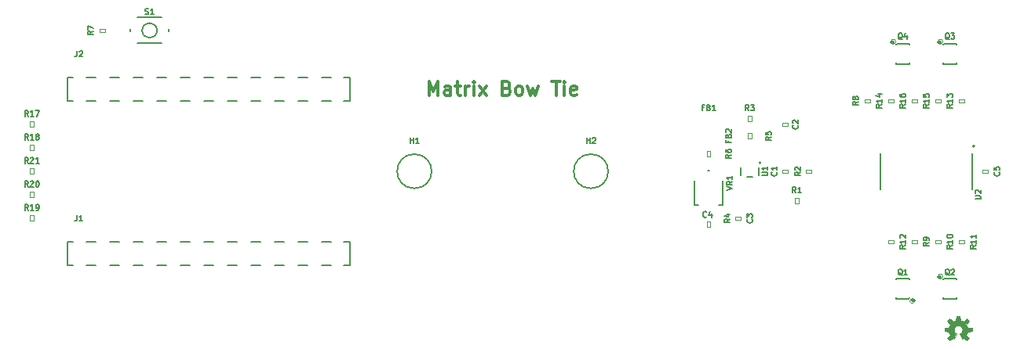
<source format=gto>
G04 #@! TF.FileFunction,Legend,Top*
%FSLAX46Y46*%
G04 Gerber Fmt 4.6, Leading zero omitted, Abs format (unit mm)*
G04 Created by KiCad (PCBNEW 4.0.6) date 09/10/17 16:34:28*
%MOMM*%
%LPD*%
G01*
G04 APERTURE LIST*
%ADD10C,0.100000*%
%ADD11C,0.300000*%
%ADD12C,0.066040*%
%ADD13C,0.177800*%
%ADD14C,0.254000*%
%ADD15C,0.203200*%
%ADD16C,0.127000*%
%ADD17C,0.010000*%
G04 APERTURE END LIST*
D10*
D11*
X152035714Y-111788571D02*
X152035714Y-110288571D01*
X152535714Y-111360000D01*
X153035714Y-110288571D01*
X153035714Y-111788571D01*
X154392857Y-111788571D02*
X154392857Y-111002857D01*
X154321428Y-110860000D01*
X154178571Y-110788571D01*
X153892857Y-110788571D01*
X153750000Y-110860000D01*
X154392857Y-111717143D02*
X154250000Y-111788571D01*
X153892857Y-111788571D01*
X153750000Y-111717143D01*
X153678571Y-111574286D01*
X153678571Y-111431429D01*
X153750000Y-111288571D01*
X153892857Y-111217143D01*
X154250000Y-111217143D01*
X154392857Y-111145714D01*
X154892857Y-110788571D02*
X155464286Y-110788571D01*
X155107143Y-110288571D02*
X155107143Y-111574286D01*
X155178571Y-111717143D01*
X155321429Y-111788571D01*
X155464286Y-111788571D01*
X155964286Y-111788571D02*
X155964286Y-110788571D01*
X155964286Y-111074286D02*
X156035714Y-110931429D01*
X156107143Y-110860000D01*
X156250000Y-110788571D01*
X156392857Y-110788571D01*
X156892857Y-111788571D02*
X156892857Y-110788571D01*
X156892857Y-110288571D02*
X156821428Y-110360000D01*
X156892857Y-110431429D01*
X156964285Y-110360000D01*
X156892857Y-110288571D01*
X156892857Y-110431429D01*
X157464286Y-111788571D02*
X158250000Y-110788571D01*
X157464286Y-110788571D02*
X158250000Y-111788571D01*
X160464286Y-111002857D02*
X160678572Y-111074286D01*
X160750000Y-111145714D01*
X160821429Y-111288571D01*
X160821429Y-111502857D01*
X160750000Y-111645714D01*
X160678572Y-111717143D01*
X160535714Y-111788571D01*
X159964286Y-111788571D01*
X159964286Y-110288571D01*
X160464286Y-110288571D01*
X160607143Y-110360000D01*
X160678572Y-110431429D01*
X160750000Y-110574286D01*
X160750000Y-110717143D01*
X160678572Y-110860000D01*
X160607143Y-110931429D01*
X160464286Y-111002857D01*
X159964286Y-111002857D01*
X161678572Y-111788571D02*
X161535714Y-111717143D01*
X161464286Y-111645714D01*
X161392857Y-111502857D01*
X161392857Y-111074286D01*
X161464286Y-110931429D01*
X161535714Y-110860000D01*
X161678572Y-110788571D01*
X161892857Y-110788571D01*
X162035714Y-110860000D01*
X162107143Y-110931429D01*
X162178572Y-111074286D01*
X162178572Y-111502857D01*
X162107143Y-111645714D01*
X162035714Y-111717143D01*
X161892857Y-111788571D01*
X161678572Y-111788571D01*
X162678572Y-110788571D02*
X162964286Y-111788571D01*
X163250000Y-111074286D01*
X163535715Y-111788571D01*
X163821429Y-110788571D01*
X165321429Y-110288571D02*
X166178572Y-110288571D01*
X165750001Y-111788571D02*
X165750001Y-110288571D01*
X166678572Y-111788571D02*
X166678572Y-110788571D01*
X166678572Y-110288571D02*
X166607143Y-110360000D01*
X166678572Y-110431429D01*
X166750000Y-110360000D01*
X166678572Y-110288571D01*
X166678572Y-110431429D01*
X167964286Y-111717143D02*
X167821429Y-111788571D01*
X167535715Y-111788571D01*
X167392858Y-111717143D01*
X167321429Y-111574286D01*
X167321429Y-111002857D01*
X167392858Y-110860000D01*
X167535715Y-110788571D01*
X167821429Y-110788571D01*
X167964286Y-110860000D01*
X168035715Y-111002857D01*
X168035715Y-111145714D01*
X167321429Y-111288571D01*
D12*
X190779720Y-120198120D02*
X190779720Y-119801880D01*
X190779720Y-119801880D02*
X190180280Y-119801880D01*
X190180280Y-120198120D02*
X190180280Y-119801880D01*
X190779720Y-120198120D02*
X190180280Y-120198120D01*
X190779720Y-115118120D02*
X190779720Y-114721880D01*
X190779720Y-114721880D02*
X190180280Y-114721880D01*
X190180280Y-115118120D02*
X190180280Y-114721880D01*
X190779720Y-115118120D02*
X190180280Y-115118120D01*
X182026880Y-126014720D02*
X182423120Y-126014720D01*
X182423120Y-126014720D02*
X182423120Y-125415280D01*
X182026880Y-125415280D02*
X182423120Y-125415280D01*
X182026880Y-126014720D02*
X182026880Y-125415280D01*
D13*
X141458000Y-130139680D02*
X140442000Y-130139680D01*
X138918000Y-130139680D02*
X137902000Y-130139680D01*
X140442000Y-127640320D02*
X141458000Y-127640320D01*
X137902000Y-127640320D02*
X138918000Y-127640320D01*
X113010000Y-127640320D02*
X113010000Y-130139680D01*
X113010000Y-130139680D02*
X113645000Y-130139680D01*
X113010000Y-127640320D02*
X113645000Y-127640320D01*
X115042000Y-127640320D02*
X116058000Y-127640320D01*
X117582000Y-127640320D02*
X118598000Y-127640320D01*
X120122000Y-127640320D02*
X121138000Y-127640320D01*
X122662000Y-127640320D02*
X123678000Y-127640320D01*
X125202000Y-127640320D02*
X126218000Y-127640320D01*
X116058000Y-130139680D02*
X115042000Y-130139680D01*
X118598000Y-130139680D02*
X117582000Y-130139680D01*
X121138000Y-130139680D02*
X120122000Y-130139680D01*
X123678000Y-130139680D02*
X122662000Y-130139680D01*
X126218000Y-130139680D02*
X125202000Y-130139680D01*
X143490000Y-130139680D02*
X143490000Y-127640320D01*
X130282000Y-127640320D02*
X131298000Y-127640320D01*
X131298000Y-130139680D02*
X130282000Y-130139680D01*
X143490000Y-130139680D02*
X142855000Y-130139680D01*
X143490000Y-127640320D02*
X142855000Y-127640320D01*
X127742000Y-127640320D02*
X128755460Y-127640320D01*
X128755460Y-130139680D02*
X127742000Y-130139680D01*
X132822000Y-127640320D02*
X133838000Y-127640320D01*
X135362000Y-127640320D02*
X136378000Y-127640320D01*
X133838000Y-130139680D02*
X132822000Y-130139680D01*
X136378000Y-130139680D02*
X135362000Y-130139680D01*
X141458000Y-112359680D02*
X140442000Y-112359680D01*
X138918000Y-112359680D02*
X137902000Y-112359680D01*
X140442000Y-109860320D02*
X141458000Y-109860320D01*
X137902000Y-109860320D02*
X138918000Y-109860320D01*
X113010000Y-109860320D02*
X113010000Y-112359680D01*
X113010000Y-112359680D02*
X113645000Y-112359680D01*
X113010000Y-109860320D02*
X113645000Y-109860320D01*
X115042000Y-109860320D02*
X116058000Y-109860320D01*
X117582000Y-109860320D02*
X118598000Y-109860320D01*
X120122000Y-109860320D02*
X121138000Y-109860320D01*
X122662000Y-109860320D02*
X123678000Y-109860320D01*
X125202000Y-109860320D02*
X126218000Y-109860320D01*
X116058000Y-112359680D02*
X115042000Y-112359680D01*
X118598000Y-112359680D02*
X117582000Y-112359680D01*
X121138000Y-112359680D02*
X120122000Y-112359680D01*
X123678000Y-112359680D02*
X122662000Y-112359680D01*
X126218000Y-112359680D02*
X125202000Y-112359680D01*
X143490000Y-112359680D02*
X143490000Y-109860320D01*
X130282000Y-109860320D02*
X131298000Y-109860320D01*
X131298000Y-112359680D02*
X130282000Y-112359680D01*
X143490000Y-112359680D02*
X142855000Y-112359680D01*
X143490000Y-109860320D02*
X142855000Y-109860320D01*
X127742000Y-109860320D02*
X128755460Y-109860320D01*
X128755460Y-112359680D02*
X127742000Y-112359680D01*
X132822000Y-109860320D02*
X133838000Y-109860320D01*
X135362000Y-109860320D02*
X136378000Y-109860320D01*
X133838000Y-112359680D02*
X132822000Y-112359680D01*
X136378000Y-112359680D02*
X135362000Y-112359680D01*
D14*
X204450000Y-133970000D02*
G75*
G03X204450000Y-133970000I-127000J0D01*
G01*
D15*
X202430700Y-133817600D02*
X203802300Y-133817600D01*
X203929300Y-131582400D02*
X202430700Y-131582400D01*
X202430700Y-133677900D02*
X202430700Y-133817600D01*
X202430700Y-131582400D02*
X202430700Y-131722100D01*
X203802300Y-133817600D02*
X203929300Y-133677900D01*
X203929300Y-131722100D02*
X203929300Y-131582400D01*
D10*
X204450000Y-134033500D02*
G75*
G03X204450000Y-134033500I-254000J0D01*
G01*
D14*
X207244000Y-131430000D02*
G75*
G03X207244000Y-131430000I-127000J0D01*
G01*
D15*
X209009300Y-131582400D02*
X207637700Y-131582400D01*
X207510700Y-133817600D02*
X209009300Y-133817600D01*
X209009300Y-131722100D02*
X209009300Y-131582400D01*
X209009300Y-133817600D02*
X209009300Y-133677900D01*
X207637700Y-131582400D02*
X207510700Y-131722100D01*
X207510700Y-133677900D02*
X207510700Y-133817600D01*
D10*
X207498000Y-131366500D02*
G75*
G03X207498000Y-131366500I-254000J0D01*
G01*
D14*
X207244000Y-106030000D02*
G75*
G03X207244000Y-106030000I-127000J0D01*
G01*
D15*
X209009300Y-106182400D02*
X207637700Y-106182400D01*
X207510700Y-108417600D02*
X209009300Y-108417600D01*
X209009300Y-106322100D02*
X209009300Y-106182400D01*
X209009300Y-108417600D02*
X209009300Y-108277900D01*
X207637700Y-106182400D02*
X207510700Y-106322100D01*
X207510700Y-108277900D02*
X207510700Y-108417600D01*
D10*
X207498000Y-105966500D02*
G75*
G03X207498000Y-105966500I-254000J0D01*
G01*
D14*
X202164000Y-106030000D02*
G75*
G03X202164000Y-106030000I-127000J0D01*
G01*
D15*
X203929300Y-106182400D02*
X202557700Y-106182400D01*
X202430700Y-108417600D02*
X203929300Y-108417600D01*
X203929300Y-106322100D02*
X203929300Y-106182400D01*
X203929300Y-108417600D02*
X203929300Y-108277900D01*
X202557700Y-106182400D02*
X202430700Y-106322100D01*
X202430700Y-108277900D02*
X202430700Y-108417600D01*
D10*
X202418000Y-105966500D02*
G75*
G03X202418000Y-105966500I-254000J0D01*
G01*
D12*
X191551880Y-123474720D02*
X191948120Y-123474720D01*
X191948120Y-123474720D02*
X191948120Y-122875280D01*
X191551880Y-122875280D02*
X191948120Y-122875280D01*
X191551880Y-123474720D02*
X191551880Y-122875280D01*
X193319720Y-120198120D02*
X193319720Y-119801880D01*
X193319720Y-119801880D02*
X192720280Y-119801880D01*
X192720280Y-120198120D02*
X192720280Y-119801880D01*
X193319720Y-120198120D02*
X192720280Y-120198120D01*
X186471880Y-114584720D02*
X186868120Y-114584720D01*
X186868120Y-114584720D02*
X186868120Y-113985280D01*
X186471880Y-113985280D02*
X186868120Y-113985280D01*
X186471880Y-114584720D02*
X186471880Y-113985280D01*
X185699720Y-125278120D02*
X185699720Y-124881880D01*
X185699720Y-124881880D02*
X185100280Y-124881880D01*
X185100280Y-125278120D02*
X185100280Y-124881880D01*
X185699720Y-125278120D02*
X185100280Y-125278120D01*
X186868120Y-115890280D02*
X186471880Y-115890280D01*
X186471880Y-115890280D02*
X186471880Y-116489720D01*
X186868120Y-116489720D02*
X186471880Y-116489720D01*
X186868120Y-115890280D02*
X186868120Y-116489720D01*
X182423120Y-117795280D02*
X182026880Y-117795280D01*
X182026880Y-117795280D02*
X182026880Y-118394720D01*
X182423120Y-118394720D02*
X182026880Y-118394720D01*
X182423120Y-117795280D02*
X182423120Y-118394720D01*
X117119720Y-104958120D02*
X117119720Y-104561880D01*
X117119720Y-104561880D02*
X116520280Y-104561880D01*
X116520280Y-104958120D02*
X116520280Y-104561880D01*
X117119720Y-104958120D02*
X116520280Y-104958120D01*
X199669720Y-112578120D02*
X199669720Y-112181880D01*
X199669720Y-112181880D02*
X199070280Y-112181880D01*
X199070280Y-112578120D02*
X199070280Y-112181880D01*
X199669720Y-112578120D02*
X199070280Y-112578120D01*
X204150280Y-127421880D02*
X204150280Y-127818120D01*
X204150280Y-127818120D02*
X204749720Y-127818120D01*
X204749720Y-127421880D02*
X204749720Y-127818120D01*
X204150280Y-127421880D02*
X204749720Y-127421880D01*
X206690280Y-127421880D02*
X206690280Y-127818120D01*
X206690280Y-127818120D02*
X207289720Y-127818120D01*
X207289720Y-127421880D02*
X207289720Y-127818120D01*
X206690280Y-127421880D02*
X207289720Y-127421880D01*
X209230280Y-127421880D02*
X209230280Y-127818120D01*
X209230280Y-127818120D02*
X209829720Y-127818120D01*
X209829720Y-127421880D02*
X209829720Y-127818120D01*
X209230280Y-127421880D02*
X209829720Y-127421880D01*
X201610280Y-127421880D02*
X201610280Y-127818120D01*
X201610280Y-127818120D02*
X202209720Y-127818120D01*
X202209720Y-127421880D02*
X202209720Y-127818120D01*
X201610280Y-127421880D02*
X202209720Y-127421880D01*
X209829720Y-112578120D02*
X209829720Y-112181880D01*
X209829720Y-112181880D02*
X209230280Y-112181880D01*
X209230280Y-112578120D02*
X209230280Y-112181880D01*
X209829720Y-112578120D02*
X209230280Y-112578120D01*
X202209720Y-112578120D02*
X202209720Y-112181880D01*
X202209720Y-112181880D02*
X201610280Y-112181880D01*
X201610280Y-112578120D02*
X201610280Y-112181880D01*
X202209720Y-112578120D02*
X201610280Y-112578120D01*
X207289720Y-112578120D02*
X207289720Y-112181880D01*
X207289720Y-112181880D02*
X206690280Y-112181880D01*
X206690280Y-112578120D02*
X206690280Y-112181880D01*
X207289720Y-112578120D02*
X206690280Y-112578120D01*
X204749720Y-112578120D02*
X204749720Y-112181880D01*
X204749720Y-112181880D02*
X204150280Y-112181880D01*
X204150280Y-112578120D02*
X204150280Y-112181880D01*
X204749720Y-112578120D02*
X204150280Y-112578120D01*
X109398120Y-114620280D02*
X109001880Y-114620280D01*
X109001880Y-114620280D02*
X109001880Y-115219720D01*
X109398120Y-115219720D02*
X109001880Y-115219720D01*
X109398120Y-114620280D02*
X109398120Y-115219720D01*
X109398120Y-117160280D02*
X109001880Y-117160280D01*
X109001880Y-117160280D02*
X109001880Y-117759720D01*
X109398120Y-117759720D02*
X109001880Y-117759720D01*
X109398120Y-117160280D02*
X109398120Y-117759720D01*
X109001880Y-125379720D02*
X109398120Y-125379720D01*
X109398120Y-125379720D02*
X109398120Y-124780280D01*
X109001880Y-124780280D02*
X109398120Y-124780280D01*
X109001880Y-125379720D02*
X109001880Y-124780280D01*
X109001880Y-122839720D02*
X109398120Y-122839720D01*
X109398120Y-122839720D02*
X109398120Y-122240280D01*
X109001880Y-122240280D02*
X109398120Y-122240280D01*
X109001880Y-122839720D02*
X109001880Y-122240280D01*
X109001880Y-120299720D02*
X109398120Y-120299720D01*
X109398120Y-120299720D02*
X109398120Y-119700280D01*
X109001880Y-119700280D02*
X109398120Y-119700280D01*
X109001880Y-120299720D02*
X109001880Y-119700280D01*
D15*
X120563960Y-103360460D02*
X123236040Y-103360460D01*
X123236040Y-106159540D02*
X120563960Y-106159540D01*
X123998040Y-104889540D02*
X123998040Y-104630460D01*
X119801960Y-104630460D02*
X119801960Y-104889540D01*
D16*
X122702640Y-104760000D02*
G75*
G03X122702640Y-104760000I-802640J0D01*
G01*
D15*
X187870000Y-119100000D02*
G75*
G03X187870000Y-119100000I-100000J0D01*
G01*
X185670000Y-120429260D02*
X185670000Y-119570740D01*
X187670000Y-119570740D02*
X187670000Y-120429260D01*
X186936700Y-120625000D02*
X186403300Y-120625000D01*
X210670000Y-121950000D02*
X210670000Y-118050000D01*
X200770000Y-121950000D02*
X200770000Y-118050000D01*
X210920000Y-117300000D02*
G75*
G03X210920000Y-117300000I-100000J0D01*
G01*
X182125000Y-119905000D02*
X182325000Y-119905000D01*
X180725000Y-123655000D02*
X180725000Y-121005000D01*
X180725000Y-123655000D02*
X181125000Y-123655000D01*
X183325000Y-123655000D02*
X183725000Y-123655000D01*
X183725000Y-123655000D02*
X183725000Y-121005000D01*
D12*
X212369720Y-120198120D02*
X212369720Y-119801880D01*
X212369720Y-119801880D02*
X211770280Y-119801880D01*
X211770280Y-120198120D02*
X211770280Y-119801880D01*
X212369720Y-120198120D02*
X211770280Y-120198120D01*
D15*
X150475000Y-121854200D02*
G75*
G03X150475000Y-118145800I0J1854200D01*
G01*
X150475000Y-118145800D02*
G75*
G03X150475000Y-121854200I0J-1854200D01*
G01*
X150475000Y-121854200D02*
G75*
G03X150475000Y-118145800I0J1854200D01*
G01*
X150475000Y-118145800D02*
G75*
G03X150475000Y-121854200I0J-1854200D01*
G01*
X169525000Y-121854200D02*
G75*
G03X169525000Y-118145800I0J1854200D01*
G01*
X169525000Y-118145800D02*
G75*
G03X169525000Y-121854200I0J-1854200D01*
G01*
X169525000Y-121854200D02*
G75*
G03X169525000Y-118145800I0J1854200D01*
G01*
X169525000Y-118145800D02*
G75*
G03X169525000Y-121854200I0J-1854200D01*
G01*
D17*
G36*
X209542700Y-138097500D02*
X209695100Y-138018760D01*
X210071020Y-138326100D01*
X210330100Y-138067020D01*
X210022760Y-137691100D01*
X210101500Y-137538700D01*
X210152300Y-137376140D01*
X210637440Y-137325340D01*
X210637440Y-136964660D01*
X210152300Y-136913860D01*
X210101500Y-136751300D01*
X210022760Y-136598900D01*
X210330100Y-136222980D01*
X210071020Y-135963900D01*
X209695100Y-136271240D01*
X209542700Y-136192500D01*
X209380140Y-136141700D01*
X209329340Y-135656560D01*
X208968660Y-135656560D01*
X208917860Y-136141700D01*
X208755300Y-136192500D01*
X208602900Y-136271240D01*
X208226980Y-135963900D01*
X207967900Y-136222980D01*
X208275240Y-136598900D01*
X208196500Y-136751300D01*
X208145700Y-136913860D01*
X207660560Y-136964660D01*
X207660560Y-137325340D01*
X208145700Y-137376140D01*
X208196500Y-137538700D01*
X208275240Y-137691100D01*
X207967900Y-138067020D01*
X208226980Y-138326100D01*
X208602900Y-138018760D01*
X208755300Y-138097500D01*
X208971200Y-137576800D01*
X208874680Y-137523460D01*
X208793400Y-137447260D01*
X208732440Y-137355820D01*
X208694340Y-137254220D01*
X208681640Y-137145000D01*
X208694340Y-137035780D01*
X208734980Y-136929100D01*
X208798480Y-136837660D01*
X208882300Y-136761460D01*
X208981360Y-136710660D01*
X209088040Y-136682720D01*
X209199800Y-136680180D01*
X209309020Y-136705580D01*
X209408080Y-136756380D01*
X209494440Y-136830040D01*
X209557940Y-136921480D01*
X209601120Y-137025620D01*
X209616360Y-137134840D01*
X209606200Y-137244060D01*
X209568100Y-137350740D01*
X209507140Y-137444720D01*
X209425860Y-137520920D01*
X209326800Y-137576800D01*
X209542700Y-138097500D01*
G37*
X209542700Y-138097500D02*
X209695100Y-138018760D01*
X210071020Y-138326100D01*
X210330100Y-138067020D01*
X210022760Y-137691100D01*
X210101500Y-137538700D01*
X210152300Y-137376140D01*
X210637440Y-137325340D01*
X210637440Y-136964660D01*
X210152300Y-136913860D01*
X210101500Y-136751300D01*
X210022760Y-136598900D01*
X210330100Y-136222980D01*
X210071020Y-135963900D01*
X209695100Y-136271240D01*
X209542700Y-136192500D01*
X209380140Y-136141700D01*
X209329340Y-135656560D01*
X208968660Y-135656560D01*
X208917860Y-136141700D01*
X208755300Y-136192500D01*
X208602900Y-136271240D01*
X208226980Y-135963900D01*
X207967900Y-136222980D01*
X208275240Y-136598900D01*
X208196500Y-136751300D01*
X208145700Y-136913860D01*
X207660560Y-136964660D01*
X207660560Y-137325340D01*
X208145700Y-137376140D01*
X208196500Y-137538700D01*
X208275240Y-137691100D01*
X207967900Y-138067020D01*
X208226980Y-138326100D01*
X208602900Y-138018760D01*
X208755300Y-138097500D01*
X208971200Y-137576800D01*
X208874680Y-137523460D01*
X208793400Y-137447260D01*
X208732440Y-137355820D01*
X208694340Y-137254220D01*
X208681640Y-137145000D01*
X208694340Y-137035780D01*
X208734980Y-136929100D01*
X208798480Y-136837660D01*
X208882300Y-136761460D01*
X208981360Y-136710660D01*
X209088040Y-136682720D01*
X209199800Y-136680180D01*
X209309020Y-136705580D01*
X209408080Y-136756380D01*
X209494440Y-136830040D01*
X209557940Y-136921480D01*
X209601120Y-137025620D01*
X209616360Y-137134840D01*
X209606200Y-137244060D01*
X209568100Y-137350740D01*
X209507140Y-137444720D01*
X209425860Y-137520920D01*
X209326800Y-137576800D01*
X209542700Y-138097500D01*
D16*
X189554714Y-120101599D02*
X189583743Y-120130628D01*
X189612771Y-120217714D01*
X189612771Y-120275771D01*
X189583743Y-120362856D01*
X189525686Y-120420914D01*
X189467629Y-120449942D01*
X189351514Y-120478971D01*
X189264429Y-120478971D01*
X189148314Y-120449942D01*
X189090257Y-120420914D01*
X189032200Y-120362856D01*
X189003171Y-120275771D01*
X189003171Y-120217714D01*
X189032200Y-120130628D01*
X189061229Y-120101599D01*
X189612771Y-119521028D02*
X189612771Y-119869371D01*
X189612771Y-119695199D02*
X189003171Y-119695199D01*
X189090257Y-119753256D01*
X189148314Y-119811314D01*
X189177343Y-119869371D01*
X191840714Y-115021599D02*
X191869743Y-115050628D01*
X191898771Y-115137714D01*
X191898771Y-115195771D01*
X191869743Y-115282856D01*
X191811686Y-115340914D01*
X191753629Y-115369942D01*
X191637514Y-115398971D01*
X191550429Y-115398971D01*
X191434314Y-115369942D01*
X191376257Y-115340914D01*
X191318200Y-115282856D01*
X191289171Y-115195771D01*
X191289171Y-115137714D01*
X191318200Y-115050628D01*
X191347229Y-115021599D01*
X191347229Y-114789371D02*
X191318200Y-114760342D01*
X191289171Y-114702285D01*
X191289171Y-114557142D01*
X191318200Y-114499085D01*
X191347229Y-114470056D01*
X191405286Y-114441028D01*
X191463343Y-114441028D01*
X191550429Y-114470056D01*
X191898771Y-114818399D01*
X191898771Y-114441028D01*
X186887714Y-125181599D02*
X186916743Y-125210628D01*
X186945771Y-125297714D01*
X186945771Y-125355771D01*
X186916743Y-125442856D01*
X186858686Y-125500914D01*
X186800629Y-125529942D01*
X186684514Y-125558971D01*
X186597429Y-125558971D01*
X186481314Y-125529942D01*
X186423257Y-125500914D01*
X186365200Y-125442856D01*
X186336171Y-125355771D01*
X186336171Y-125297714D01*
X186365200Y-125210628D01*
X186394229Y-125181599D01*
X186336171Y-124978399D02*
X186336171Y-124601028D01*
X186568400Y-124804228D01*
X186568400Y-124717142D01*
X186597429Y-124659085D01*
X186626457Y-124630056D01*
X186684514Y-124601028D01*
X186829657Y-124601028D01*
X186887714Y-124630056D01*
X186916743Y-124659085D01*
X186945771Y-124717142D01*
X186945771Y-124891314D01*
X186916743Y-124949371D01*
X186887714Y-124978399D01*
X181996401Y-124916714D02*
X181967372Y-124945743D01*
X181880286Y-124974771D01*
X181822229Y-124974771D01*
X181735144Y-124945743D01*
X181677086Y-124887686D01*
X181648058Y-124829629D01*
X181619029Y-124713514D01*
X181619029Y-124626429D01*
X181648058Y-124510314D01*
X181677086Y-124452257D01*
X181735144Y-124394200D01*
X181822229Y-124365171D01*
X181880286Y-124365171D01*
X181967372Y-124394200D01*
X181996401Y-124423229D01*
X182518915Y-124568371D02*
X182518915Y-124974771D01*
X182373772Y-124336143D02*
X182228629Y-124771571D01*
X182606001Y-124771571D01*
X181717001Y-113098457D02*
X181513801Y-113098457D01*
X181513801Y-113417771D02*
X181513801Y-112808171D01*
X181804087Y-112808171D01*
X182239515Y-113098457D02*
X182326601Y-113127486D01*
X182355629Y-113156514D01*
X182384658Y-113214571D01*
X182384658Y-113301657D01*
X182355629Y-113359714D01*
X182326601Y-113388743D01*
X182268543Y-113417771D01*
X182036315Y-113417771D01*
X182036315Y-112808171D01*
X182239515Y-112808171D01*
X182297572Y-112837200D01*
X182326601Y-112866229D01*
X182355629Y-112924286D01*
X182355629Y-112982343D01*
X182326601Y-113040400D01*
X182297572Y-113069429D01*
X182239515Y-113098457D01*
X182036315Y-113098457D01*
X182965229Y-113417771D02*
X182616886Y-113417771D01*
X182791058Y-113417771D02*
X182791058Y-112808171D01*
X182733001Y-112895257D01*
X182674943Y-112953314D01*
X182616886Y-112982343D01*
X184340457Y-116697999D02*
X184340457Y-116901199D01*
X184659771Y-116901199D02*
X184050171Y-116901199D01*
X184050171Y-116610913D01*
X184340457Y-116175485D02*
X184369486Y-116088399D01*
X184398514Y-116059371D01*
X184456571Y-116030342D01*
X184543657Y-116030342D01*
X184601714Y-116059371D01*
X184630743Y-116088399D01*
X184659771Y-116146457D01*
X184659771Y-116378685D01*
X184050171Y-116378685D01*
X184050171Y-116175485D01*
X184079200Y-116117428D01*
X184108229Y-116088399D01*
X184166286Y-116059371D01*
X184224343Y-116059371D01*
X184282400Y-116088399D01*
X184311429Y-116117428D01*
X184340457Y-116175485D01*
X184340457Y-116378685D01*
X184108229Y-115798114D02*
X184079200Y-115769085D01*
X184050171Y-115711028D01*
X184050171Y-115565885D01*
X184079200Y-115507828D01*
X184108229Y-115478799D01*
X184166286Y-115449771D01*
X184224343Y-115449771D01*
X184311429Y-115478799D01*
X184659771Y-115827142D01*
X184659771Y-115449771D01*
X114076800Y-124746171D02*
X114076800Y-125181600D01*
X114047772Y-125268686D01*
X113989715Y-125326743D01*
X113902629Y-125355771D01*
X113844572Y-125355771D01*
X114686400Y-125355771D02*
X114338057Y-125355771D01*
X114512229Y-125355771D02*
X114512229Y-124746171D01*
X114454172Y-124833257D01*
X114396114Y-124891314D01*
X114338057Y-124920343D01*
X114076800Y-106966171D02*
X114076800Y-107401600D01*
X114047772Y-107488686D01*
X113989715Y-107546743D01*
X113902629Y-107575771D01*
X113844572Y-107575771D01*
X114338057Y-107024229D02*
X114367086Y-106995200D01*
X114425143Y-106966171D01*
X114570286Y-106966171D01*
X114628343Y-106995200D01*
X114657372Y-107024229D01*
X114686400Y-107082286D01*
X114686400Y-107140343D01*
X114657372Y-107227429D01*
X114309029Y-107575771D01*
X114686400Y-107575771D01*
X203121943Y-131255829D02*
X203063886Y-131226800D01*
X203005829Y-131168743D01*
X202918743Y-131081657D01*
X202860686Y-131052629D01*
X202802629Y-131052629D01*
X202831657Y-131197771D02*
X202773600Y-131168743D01*
X202715543Y-131110686D01*
X202686514Y-130994571D01*
X202686514Y-130791371D01*
X202715543Y-130675257D01*
X202773600Y-130617200D01*
X202831657Y-130588171D01*
X202947771Y-130588171D01*
X203005829Y-130617200D01*
X203063886Y-130675257D01*
X203092914Y-130791371D01*
X203092914Y-130994571D01*
X203063886Y-131110686D01*
X203005829Y-131168743D01*
X202947771Y-131197771D01*
X202831657Y-131197771D01*
X203673486Y-131197771D02*
X203325143Y-131197771D01*
X203499315Y-131197771D02*
X203499315Y-130588171D01*
X203441258Y-130675257D01*
X203383200Y-130733314D01*
X203325143Y-130762343D01*
X208201943Y-131255829D02*
X208143886Y-131226800D01*
X208085829Y-131168743D01*
X207998743Y-131081657D01*
X207940686Y-131052629D01*
X207882629Y-131052629D01*
X207911657Y-131197771D02*
X207853600Y-131168743D01*
X207795543Y-131110686D01*
X207766514Y-130994571D01*
X207766514Y-130791371D01*
X207795543Y-130675257D01*
X207853600Y-130617200D01*
X207911657Y-130588171D01*
X208027771Y-130588171D01*
X208085829Y-130617200D01*
X208143886Y-130675257D01*
X208172914Y-130791371D01*
X208172914Y-130994571D01*
X208143886Y-131110686D01*
X208085829Y-131168743D01*
X208027771Y-131197771D01*
X207911657Y-131197771D01*
X208405143Y-130646229D02*
X208434172Y-130617200D01*
X208492229Y-130588171D01*
X208637372Y-130588171D01*
X208695429Y-130617200D01*
X208724458Y-130646229D01*
X208753486Y-130704286D01*
X208753486Y-130762343D01*
X208724458Y-130849429D01*
X208376115Y-131197771D01*
X208753486Y-131197771D01*
X208201943Y-105728829D02*
X208143886Y-105699800D01*
X208085829Y-105641743D01*
X207998743Y-105554657D01*
X207940686Y-105525629D01*
X207882629Y-105525629D01*
X207911657Y-105670771D02*
X207853600Y-105641743D01*
X207795543Y-105583686D01*
X207766514Y-105467571D01*
X207766514Y-105264371D01*
X207795543Y-105148257D01*
X207853600Y-105090200D01*
X207911657Y-105061171D01*
X208027771Y-105061171D01*
X208085829Y-105090200D01*
X208143886Y-105148257D01*
X208172914Y-105264371D01*
X208172914Y-105467571D01*
X208143886Y-105583686D01*
X208085829Y-105641743D01*
X208027771Y-105670771D01*
X207911657Y-105670771D01*
X208376115Y-105061171D02*
X208753486Y-105061171D01*
X208550286Y-105293400D01*
X208637372Y-105293400D01*
X208695429Y-105322429D01*
X208724458Y-105351457D01*
X208753486Y-105409514D01*
X208753486Y-105554657D01*
X208724458Y-105612714D01*
X208695429Y-105641743D01*
X208637372Y-105670771D01*
X208463200Y-105670771D01*
X208405143Y-105641743D01*
X208376115Y-105612714D01*
X203121943Y-105728829D02*
X203063886Y-105699800D01*
X203005829Y-105641743D01*
X202918743Y-105554657D01*
X202860686Y-105525629D01*
X202802629Y-105525629D01*
X202831657Y-105670771D02*
X202773600Y-105641743D01*
X202715543Y-105583686D01*
X202686514Y-105467571D01*
X202686514Y-105264371D01*
X202715543Y-105148257D01*
X202773600Y-105090200D01*
X202831657Y-105061171D01*
X202947771Y-105061171D01*
X203005829Y-105090200D01*
X203063886Y-105148257D01*
X203092914Y-105264371D01*
X203092914Y-105467571D01*
X203063886Y-105583686D01*
X203005829Y-105641743D01*
X202947771Y-105670771D01*
X202831657Y-105670771D01*
X203615429Y-105264371D02*
X203615429Y-105670771D01*
X203470286Y-105032143D02*
X203325143Y-105467571D01*
X203702515Y-105467571D01*
X191648401Y-122307771D02*
X191445201Y-122017486D01*
X191300058Y-122307771D02*
X191300058Y-121698171D01*
X191532286Y-121698171D01*
X191590344Y-121727200D01*
X191619372Y-121756229D01*
X191648401Y-121814286D01*
X191648401Y-121901371D01*
X191619372Y-121959429D01*
X191590344Y-121988457D01*
X191532286Y-122017486D01*
X191300058Y-122017486D01*
X192228972Y-122307771D02*
X191880629Y-122307771D01*
X192054801Y-122307771D02*
X192054801Y-121698171D01*
X191996744Y-121785257D01*
X191938686Y-121843314D01*
X191880629Y-121872343D01*
X192152771Y-120101599D02*
X191862486Y-120304799D01*
X192152771Y-120449942D02*
X191543171Y-120449942D01*
X191543171Y-120217714D01*
X191572200Y-120159656D01*
X191601229Y-120130628D01*
X191659286Y-120101599D01*
X191746371Y-120101599D01*
X191804429Y-120130628D01*
X191833457Y-120159656D01*
X191862486Y-120217714D01*
X191862486Y-120449942D01*
X191601229Y-119869371D02*
X191572200Y-119840342D01*
X191543171Y-119782285D01*
X191543171Y-119637142D01*
X191572200Y-119579085D01*
X191601229Y-119550056D01*
X191659286Y-119521028D01*
X191717343Y-119521028D01*
X191804429Y-119550056D01*
X192152771Y-119898399D01*
X192152771Y-119521028D01*
X186568401Y-113417771D02*
X186365201Y-113127486D01*
X186220058Y-113417771D02*
X186220058Y-112808171D01*
X186452286Y-112808171D01*
X186510344Y-112837200D01*
X186539372Y-112866229D01*
X186568401Y-112924286D01*
X186568401Y-113011371D01*
X186539372Y-113069429D01*
X186510344Y-113098457D01*
X186452286Y-113127486D01*
X186220058Y-113127486D01*
X186771601Y-112808171D02*
X187148972Y-112808171D01*
X186945772Y-113040400D01*
X187032858Y-113040400D01*
X187090915Y-113069429D01*
X187119944Y-113098457D01*
X187148972Y-113156514D01*
X187148972Y-113301657D01*
X187119944Y-113359714D01*
X187090915Y-113388743D01*
X187032858Y-113417771D01*
X186858686Y-113417771D01*
X186800629Y-113388743D01*
X186771601Y-113359714D01*
X184532771Y-125181599D02*
X184242486Y-125384799D01*
X184532771Y-125529942D02*
X183923171Y-125529942D01*
X183923171Y-125297714D01*
X183952200Y-125239656D01*
X183981229Y-125210628D01*
X184039286Y-125181599D01*
X184126371Y-125181599D01*
X184184429Y-125210628D01*
X184213457Y-125239656D01*
X184242486Y-125297714D01*
X184242486Y-125529942D01*
X184126371Y-124659085D02*
X184532771Y-124659085D01*
X183894143Y-124804228D02*
X184329571Y-124949371D01*
X184329571Y-124571999D01*
X188977771Y-116291599D02*
X188687486Y-116494799D01*
X188977771Y-116639942D02*
X188368171Y-116639942D01*
X188368171Y-116407714D01*
X188397200Y-116349656D01*
X188426229Y-116320628D01*
X188484286Y-116291599D01*
X188571371Y-116291599D01*
X188629429Y-116320628D01*
X188658457Y-116349656D01*
X188687486Y-116407714D01*
X188687486Y-116639942D01*
X188368171Y-115740056D02*
X188368171Y-116030342D01*
X188658457Y-116059371D01*
X188629429Y-116030342D01*
X188600400Y-115972285D01*
X188600400Y-115827142D01*
X188629429Y-115769085D01*
X188658457Y-115740056D01*
X188716514Y-115711028D01*
X188861657Y-115711028D01*
X188919714Y-115740056D01*
X188948743Y-115769085D01*
X188977771Y-115827142D01*
X188977771Y-115972285D01*
X188948743Y-116030342D01*
X188919714Y-116059371D01*
X184659771Y-118196599D02*
X184369486Y-118399799D01*
X184659771Y-118544942D02*
X184050171Y-118544942D01*
X184050171Y-118312714D01*
X184079200Y-118254656D01*
X184108229Y-118225628D01*
X184166286Y-118196599D01*
X184253371Y-118196599D01*
X184311429Y-118225628D01*
X184340457Y-118254656D01*
X184369486Y-118312714D01*
X184369486Y-118544942D01*
X184050171Y-117674085D02*
X184050171Y-117790199D01*
X184079200Y-117848256D01*
X184108229Y-117877285D01*
X184195314Y-117935342D01*
X184311429Y-117964371D01*
X184543657Y-117964371D01*
X184601714Y-117935342D01*
X184630743Y-117906314D01*
X184659771Y-117848256D01*
X184659771Y-117732142D01*
X184630743Y-117674085D01*
X184601714Y-117645056D01*
X184543657Y-117616028D01*
X184398514Y-117616028D01*
X184340457Y-117645056D01*
X184311429Y-117674085D01*
X184282400Y-117732142D01*
X184282400Y-117848256D01*
X184311429Y-117906314D01*
X184340457Y-117935342D01*
X184398514Y-117964371D01*
X115825771Y-104861599D02*
X115535486Y-105064799D01*
X115825771Y-105209942D02*
X115216171Y-105209942D01*
X115216171Y-104977714D01*
X115245200Y-104919656D01*
X115274229Y-104890628D01*
X115332286Y-104861599D01*
X115419371Y-104861599D01*
X115477429Y-104890628D01*
X115506457Y-104919656D01*
X115535486Y-104977714D01*
X115535486Y-105209942D01*
X115216171Y-104658399D02*
X115216171Y-104251999D01*
X115825771Y-104513256D01*
X198375771Y-112481599D02*
X198085486Y-112684799D01*
X198375771Y-112829942D02*
X197766171Y-112829942D01*
X197766171Y-112597714D01*
X197795200Y-112539656D01*
X197824229Y-112510628D01*
X197882286Y-112481599D01*
X197969371Y-112481599D01*
X198027429Y-112510628D01*
X198056457Y-112539656D01*
X198085486Y-112597714D01*
X198085486Y-112829942D01*
X198027429Y-112133256D02*
X197998400Y-112191314D01*
X197969371Y-112220342D01*
X197911314Y-112249371D01*
X197882286Y-112249371D01*
X197824229Y-112220342D01*
X197795200Y-112191314D01*
X197766171Y-112133256D01*
X197766171Y-112017142D01*
X197795200Y-111959085D01*
X197824229Y-111930056D01*
X197882286Y-111901028D01*
X197911314Y-111901028D01*
X197969371Y-111930056D01*
X197998400Y-111959085D01*
X198027429Y-112017142D01*
X198027429Y-112133256D01*
X198056457Y-112191314D01*
X198085486Y-112220342D01*
X198143543Y-112249371D01*
X198259657Y-112249371D01*
X198317714Y-112220342D01*
X198346743Y-112191314D01*
X198375771Y-112133256D01*
X198375771Y-112017142D01*
X198346743Y-111959085D01*
X198317714Y-111930056D01*
X198259657Y-111901028D01*
X198143543Y-111901028D01*
X198085486Y-111930056D01*
X198056457Y-111959085D01*
X198027429Y-112017142D01*
X205995771Y-127721599D02*
X205705486Y-127924799D01*
X205995771Y-128069942D02*
X205386171Y-128069942D01*
X205386171Y-127837714D01*
X205415200Y-127779656D01*
X205444229Y-127750628D01*
X205502286Y-127721599D01*
X205589371Y-127721599D01*
X205647429Y-127750628D01*
X205676457Y-127779656D01*
X205705486Y-127837714D01*
X205705486Y-128069942D01*
X205995771Y-127431314D02*
X205995771Y-127315199D01*
X205966743Y-127257142D01*
X205937714Y-127228114D01*
X205850629Y-127170056D01*
X205734514Y-127141028D01*
X205502286Y-127141028D01*
X205444229Y-127170056D01*
X205415200Y-127199085D01*
X205386171Y-127257142D01*
X205386171Y-127373256D01*
X205415200Y-127431314D01*
X205444229Y-127460342D01*
X205502286Y-127489371D01*
X205647429Y-127489371D01*
X205705486Y-127460342D01*
X205734514Y-127431314D01*
X205763543Y-127373256D01*
X205763543Y-127257142D01*
X205734514Y-127199085D01*
X205705486Y-127170056D01*
X205647429Y-127141028D01*
X208535771Y-128011885D02*
X208245486Y-128215085D01*
X208535771Y-128360228D02*
X207926171Y-128360228D01*
X207926171Y-128128000D01*
X207955200Y-128069942D01*
X207984229Y-128040914D01*
X208042286Y-128011885D01*
X208129371Y-128011885D01*
X208187429Y-128040914D01*
X208216457Y-128069942D01*
X208245486Y-128128000D01*
X208245486Y-128360228D01*
X208535771Y-127431314D02*
X208535771Y-127779657D01*
X208535771Y-127605485D02*
X207926171Y-127605485D01*
X208013257Y-127663542D01*
X208071314Y-127721600D01*
X208100343Y-127779657D01*
X207926171Y-127053943D02*
X207926171Y-126995886D01*
X207955200Y-126937829D01*
X207984229Y-126908800D01*
X208042286Y-126879771D01*
X208158400Y-126850743D01*
X208303543Y-126850743D01*
X208419657Y-126879771D01*
X208477714Y-126908800D01*
X208506743Y-126937829D01*
X208535771Y-126995886D01*
X208535771Y-127053943D01*
X208506743Y-127112000D01*
X208477714Y-127141029D01*
X208419657Y-127170057D01*
X208303543Y-127199086D01*
X208158400Y-127199086D01*
X208042286Y-127170057D01*
X207984229Y-127141029D01*
X207955200Y-127112000D01*
X207926171Y-127053943D01*
X211075771Y-128011885D02*
X210785486Y-128215085D01*
X211075771Y-128360228D02*
X210466171Y-128360228D01*
X210466171Y-128128000D01*
X210495200Y-128069942D01*
X210524229Y-128040914D01*
X210582286Y-128011885D01*
X210669371Y-128011885D01*
X210727429Y-128040914D01*
X210756457Y-128069942D01*
X210785486Y-128128000D01*
X210785486Y-128360228D01*
X211075771Y-127431314D02*
X211075771Y-127779657D01*
X211075771Y-127605485D02*
X210466171Y-127605485D01*
X210553257Y-127663542D01*
X210611314Y-127721600D01*
X210640343Y-127779657D01*
X211075771Y-126850743D02*
X211075771Y-127199086D01*
X211075771Y-127024914D02*
X210466171Y-127024914D01*
X210553257Y-127082971D01*
X210611314Y-127141029D01*
X210640343Y-127199086D01*
X203455771Y-128011885D02*
X203165486Y-128215085D01*
X203455771Y-128360228D02*
X202846171Y-128360228D01*
X202846171Y-128128000D01*
X202875200Y-128069942D01*
X202904229Y-128040914D01*
X202962286Y-128011885D01*
X203049371Y-128011885D01*
X203107429Y-128040914D01*
X203136457Y-128069942D01*
X203165486Y-128128000D01*
X203165486Y-128360228D01*
X203455771Y-127431314D02*
X203455771Y-127779657D01*
X203455771Y-127605485D02*
X202846171Y-127605485D01*
X202933257Y-127663542D01*
X202991314Y-127721600D01*
X203020343Y-127779657D01*
X202904229Y-127199086D02*
X202875200Y-127170057D01*
X202846171Y-127112000D01*
X202846171Y-126966857D01*
X202875200Y-126908800D01*
X202904229Y-126879771D01*
X202962286Y-126850743D01*
X203020343Y-126850743D01*
X203107429Y-126879771D01*
X203455771Y-127228114D01*
X203455771Y-126850743D01*
X208535771Y-112771885D02*
X208245486Y-112975085D01*
X208535771Y-113120228D02*
X207926171Y-113120228D01*
X207926171Y-112888000D01*
X207955200Y-112829942D01*
X207984229Y-112800914D01*
X208042286Y-112771885D01*
X208129371Y-112771885D01*
X208187429Y-112800914D01*
X208216457Y-112829942D01*
X208245486Y-112888000D01*
X208245486Y-113120228D01*
X208535771Y-112191314D02*
X208535771Y-112539657D01*
X208535771Y-112365485D02*
X207926171Y-112365485D01*
X208013257Y-112423542D01*
X208071314Y-112481600D01*
X208100343Y-112539657D01*
X207926171Y-111988114D02*
X207926171Y-111610743D01*
X208158400Y-111813943D01*
X208158400Y-111726857D01*
X208187429Y-111668800D01*
X208216457Y-111639771D01*
X208274514Y-111610743D01*
X208419657Y-111610743D01*
X208477714Y-111639771D01*
X208506743Y-111668800D01*
X208535771Y-111726857D01*
X208535771Y-111901029D01*
X208506743Y-111959086D01*
X208477714Y-111988114D01*
X200915771Y-112771885D02*
X200625486Y-112975085D01*
X200915771Y-113120228D02*
X200306171Y-113120228D01*
X200306171Y-112888000D01*
X200335200Y-112829942D01*
X200364229Y-112800914D01*
X200422286Y-112771885D01*
X200509371Y-112771885D01*
X200567429Y-112800914D01*
X200596457Y-112829942D01*
X200625486Y-112888000D01*
X200625486Y-113120228D01*
X200915771Y-112191314D02*
X200915771Y-112539657D01*
X200915771Y-112365485D02*
X200306171Y-112365485D01*
X200393257Y-112423542D01*
X200451314Y-112481600D01*
X200480343Y-112539657D01*
X200509371Y-111668800D02*
X200915771Y-111668800D01*
X200277143Y-111813943D02*
X200712571Y-111959086D01*
X200712571Y-111581714D01*
X205995771Y-112771885D02*
X205705486Y-112975085D01*
X205995771Y-113120228D02*
X205386171Y-113120228D01*
X205386171Y-112888000D01*
X205415200Y-112829942D01*
X205444229Y-112800914D01*
X205502286Y-112771885D01*
X205589371Y-112771885D01*
X205647429Y-112800914D01*
X205676457Y-112829942D01*
X205705486Y-112888000D01*
X205705486Y-113120228D01*
X205995771Y-112191314D02*
X205995771Y-112539657D01*
X205995771Y-112365485D02*
X205386171Y-112365485D01*
X205473257Y-112423542D01*
X205531314Y-112481600D01*
X205560343Y-112539657D01*
X205386171Y-111639771D02*
X205386171Y-111930057D01*
X205676457Y-111959086D01*
X205647429Y-111930057D01*
X205618400Y-111872000D01*
X205618400Y-111726857D01*
X205647429Y-111668800D01*
X205676457Y-111639771D01*
X205734514Y-111610743D01*
X205879657Y-111610743D01*
X205937714Y-111639771D01*
X205966743Y-111668800D01*
X205995771Y-111726857D01*
X205995771Y-111872000D01*
X205966743Y-111930057D01*
X205937714Y-111959086D01*
X203455771Y-112771885D02*
X203165486Y-112975085D01*
X203455771Y-113120228D02*
X202846171Y-113120228D01*
X202846171Y-112888000D01*
X202875200Y-112829942D01*
X202904229Y-112800914D01*
X202962286Y-112771885D01*
X203049371Y-112771885D01*
X203107429Y-112800914D01*
X203136457Y-112829942D01*
X203165486Y-112888000D01*
X203165486Y-113120228D01*
X203455771Y-112191314D02*
X203455771Y-112539657D01*
X203455771Y-112365485D02*
X202846171Y-112365485D01*
X202933257Y-112423542D01*
X202991314Y-112481600D01*
X203020343Y-112539657D01*
X202846171Y-111668800D02*
X202846171Y-111784914D01*
X202875200Y-111842971D01*
X202904229Y-111872000D01*
X202991314Y-111930057D01*
X203107429Y-111959086D01*
X203339657Y-111959086D01*
X203397714Y-111930057D01*
X203426743Y-111901029D01*
X203455771Y-111842971D01*
X203455771Y-111726857D01*
X203426743Y-111668800D01*
X203397714Y-111639771D01*
X203339657Y-111610743D01*
X203194514Y-111610743D01*
X203136457Y-111639771D01*
X203107429Y-111668800D01*
X203078400Y-111726857D01*
X203078400Y-111842971D01*
X203107429Y-111901029D01*
X203136457Y-111930057D01*
X203194514Y-111959086D01*
X108808115Y-114052771D02*
X108604915Y-113762486D01*
X108459772Y-114052771D02*
X108459772Y-113443171D01*
X108692000Y-113443171D01*
X108750058Y-113472200D01*
X108779086Y-113501229D01*
X108808115Y-113559286D01*
X108808115Y-113646371D01*
X108779086Y-113704429D01*
X108750058Y-113733457D01*
X108692000Y-113762486D01*
X108459772Y-113762486D01*
X109388686Y-114052771D02*
X109040343Y-114052771D01*
X109214515Y-114052771D02*
X109214515Y-113443171D01*
X109156458Y-113530257D01*
X109098400Y-113588314D01*
X109040343Y-113617343D01*
X109591886Y-113443171D02*
X109998286Y-113443171D01*
X109737029Y-114052771D01*
X108808115Y-116592771D02*
X108604915Y-116302486D01*
X108459772Y-116592771D02*
X108459772Y-115983171D01*
X108692000Y-115983171D01*
X108750058Y-116012200D01*
X108779086Y-116041229D01*
X108808115Y-116099286D01*
X108808115Y-116186371D01*
X108779086Y-116244429D01*
X108750058Y-116273457D01*
X108692000Y-116302486D01*
X108459772Y-116302486D01*
X109388686Y-116592771D02*
X109040343Y-116592771D01*
X109214515Y-116592771D02*
X109214515Y-115983171D01*
X109156458Y-116070257D01*
X109098400Y-116128314D01*
X109040343Y-116157343D01*
X109737029Y-116244429D02*
X109678971Y-116215400D01*
X109649943Y-116186371D01*
X109620914Y-116128314D01*
X109620914Y-116099286D01*
X109649943Y-116041229D01*
X109678971Y-116012200D01*
X109737029Y-115983171D01*
X109853143Y-115983171D01*
X109911200Y-116012200D01*
X109940229Y-116041229D01*
X109969257Y-116099286D01*
X109969257Y-116128314D01*
X109940229Y-116186371D01*
X109911200Y-116215400D01*
X109853143Y-116244429D01*
X109737029Y-116244429D01*
X109678971Y-116273457D01*
X109649943Y-116302486D01*
X109620914Y-116360543D01*
X109620914Y-116476657D01*
X109649943Y-116534714D01*
X109678971Y-116563743D01*
X109737029Y-116592771D01*
X109853143Y-116592771D01*
X109911200Y-116563743D01*
X109940229Y-116534714D01*
X109969257Y-116476657D01*
X109969257Y-116360543D01*
X109940229Y-116302486D01*
X109911200Y-116273457D01*
X109853143Y-116244429D01*
X108808115Y-124212771D02*
X108604915Y-123922486D01*
X108459772Y-124212771D02*
X108459772Y-123603171D01*
X108692000Y-123603171D01*
X108750058Y-123632200D01*
X108779086Y-123661229D01*
X108808115Y-123719286D01*
X108808115Y-123806371D01*
X108779086Y-123864429D01*
X108750058Y-123893457D01*
X108692000Y-123922486D01*
X108459772Y-123922486D01*
X109388686Y-124212771D02*
X109040343Y-124212771D01*
X109214515Y-124212771D02*
X109214515Y-123603171D01*
X109156458Y-123690257D01*
X109098400Y-123748314D01*
X109040343Y-123777343D01*
X109678971Y-124212771D02*
X109795086Y-124212771D01*
X109853143Y-124183743D01*
X109882171Y-124154714D01*
X109940229Y-124067629D01*
X109969257Y-123951514D01*
X109969257Y-123719286D01*
X109940229Y-123661229D01*
X109911200Y-123632200D01*
X109853143Y-123603171D01*
X109737029Y-123603171D01*
X109678971Y-123632200D01*
X109649943Y-123661229D01*
X109620914Y-123719286D01*
X109620914Y-123864429D01*
X109649943Y-123922486D01*
X109678971Y-123951514D01*
X109737029Y-123980543D01*
X109853143Y-123980543D01*
X109911200Y-123951514D01*
X109940229Y-123922486D01*
X109969257Y-123864429D01*
X108808115Y-121672771D02*
X108604915Y-121382486D01*
X108459772Y-121672771D02*
X108459772Y-121063171D01*
X108692000Y-121063171D01*
X108750058Y-121092200D01*
X108779086Y-121121229D01*
X108808115Y-121179286D01*
X108808115Y-121266371D01*
X108779086Y-121324429D01*
X108750058Y-121353457D01*
X108692000Y-121382486D01*
X108459772Y-121382486D01*
X109040343Y-121121229D02*
X109069372Y-121092200D01*
X109127429Y-121063171D01*
X109272572Y-121063171D01*
X109330629Y-121092200D01*
X109359658Y-121121229D01*
X109388686Y-121179286D01*
X109388686Y-121237343D01*
X109359658Y-121324429D01*
X109011315Y-121672771D01*
X109388686Y-121672771D01*
X109766057Y-121063171D02*
X109824114Y-121063171D01*
X109882171Y-121092200D01*
X109911200Y-121121229D01*
X109940229Y-121179286D01*
X109969257Y-121295400D01*
X109969257Y-121440543D01*
X109940229Y-121556657D01*
X109911200Y-121614714D01*
X109882171Y-121643743D01*
X109824114Y-121672771D01*
X109766057Y-121672771D01*
X109708000Y-121643743D01*
X109678971Y-121614714D01*
X109649943Y-121556657D01*
X109620914Y-121440543D01*
X109620914Y-121295400D01*
X109649943Y-121179286D01*
X109678971Y-121121229D01*
X109708000Y-121092200D01*
X109766057Y-121063171D01*
X108808115Y-119132771D02*
X108604915Y-118842486D01*
X108459772Y-119132771D02*
X108459772Y-118523171D01*
X108692000Y-118523171D01*
X108750058Y-118552200D01*
X108779086Y-118581229D01*
X108808115Y-118639286D01*
X108808115Y-118726371D01*
X108779086Y-118784429D01*
X108750058Y-118813457D01*
X108692000Y-118842486D01*
X108459772Y-118842486D01*
X109040343Y-118581229D02*
X109069372Y-118552200D01*
X109127429Y-118523171D01*
X109272572Y-118523171D01*
X109330629Y-118552200D01*
X109359658Y-118581229D01*
X109388686Y-118639286D01*
X109388686Y-118697343D01*
X109359658Y-118784429D01*
X109011315Y-119132771D01*
X109388686Y-119132771D01*
X109969257Y-119132771D02*
X109620914Y-119132771D01*
X109795086Y-119132771D02*
X109795086Y-118523171D01*
X109737029Y-118610257D01*
X109678971Y-118668314D01*
X109620914Y-118697343D01*
X121435543Y-102974743D02*
X121522629Y-103003771D01*
X121667772Y-103003771D01*
X121725829Y-102974743D01*
X121754858Y-102945714D01*
X121783886Y-102887657D01*
X121783886Y-102829600D01*
X121754858Y-102771543D01*
X121725829Y-102742514D01*
X121667772Y-102713486D01*
X121551658Y-102684457D01*
X121493600Y-102655429D01*
X121464572Y-102626400D01*
X121435543Y-102568343D01*
X121435543Y-102510286D01*
X121464572Y-102452229D01*
X121493600Y-102423200D01*
X121551658Y-102394171D01*
X121696800Y-102394171D01*
X121783886Y-102423200D01*
X122364457Y-103003771D02*
X122016114Y-103003771D01*
X122190286Y-103003771D02*
X122190286Y-102394171D01*
X122132229Y-102481257D01*
X122074171Y-102539314D01*
X122016114Y-102568343D01*
X187987171Y-120464457D02*
X188480657Y-120464457D01*
X188538714Y-120435429D01*
X188567743Y-120406400D01*
X188596771Y-120348343D01*
X188596771Y-120232229D01*
X188567743Y-120174171D01*
X188538714Y-120145143D01*
X188480657Y-120116114D01*
X187987171Y-120116114D01*
X188596771Y-119506514D02*
X188596771Y-119854857D01*
X188596771Y-119680685D02*
X187987171Y-119680685D01*
X188074257Y-119738742D01*
X188132314Y-119796800D01*
X188161343Y-119854857D01*
X210974171Y-123004457D02*
X211467657Y-123004457D01*
X211525714Y-122975429D01*
X211554743Y-122946400D01*
X211583771Y-122888343D01*
X211583771Y-122772229D01*
X211554743Y-122714171D01*
X211525714Y-122685143D01*
X211467657Y-122656114D01*
X210974171Y-122656114D01*
X211032229Y-122394857D02*
X211003200Y-122365828D01*
X210974171Y-122307771D01*
X210974171Y-122162628D01*
X211003200Y-122104571D01*
X211032229Y-122075542D01*
X211090286Y-122046514D01*
X211148343Y-122046514D01*
X211235429Y-122075542D01*
X211583771Y-122423885D01*
X211583771Y-122046514D01*
X184177171Y-122068285D02*
X184786771Y-121865085D01*
X184177171Y-121661885D01*
X184786771Y-121110342D02*
X184496486Y-121313542D01*
X184786771Y-121458685D02*
X184177171Y-121458685D01*
X184177171Y-121226457D01*
X184206200Y-121168399D01*
X184235229Y-121139371D01*
X184293286Y-121110342D01*
X184380371Y-121110342D01*
X184438429Y-121139371D01*
X184467457Y-121168399D01*
X184496486Y-121226457D01*
X184496486Y-121458685D01*
X184786771Y-120529771D02*
X184786771Y-120878114D01*
X184786771Y-120703942D02*
X184177171Y-120703942D01*
X184264257Y-120761999D01*
X184322314Y-120820057D01*
X184351343Y-120878114D01*
X213557714Y-120101599D02*
X213586743Y-120130628D01*
X213615771Y-120217714D01*
X213615771Y-120275771D01*
X213586743Y-120362856D01*
X213528686Y-120420914D01*
X213470629Y-120449942D01*
X213354514Y-120478971D01*
X213267429Y-120478971D01*
X213151314Y-120449942D01*
X213093257Y-120420914D01*
X213035200Y-120362856D01*
X213006171Y-120275771D01*
X213006171Y-120217714D01*
X213035200Y-120130628D01*
X213064229Y-120101599D01*
X213006171Y-119550056D02*
X213006171Y-119840342D01*
X213296457Y-119869371D01*
X213267429Y-119840342D01*
X213238400Y-119782285D01*
X213238400Y-119637142D01*
X213267429Y-119579085D01*
X213296457Y-119550056D01*
X213354514Y-119521028D01*
X213499657Y-119521028D01*
X213557714Y-119550056D01*
X213586743Y-119579085D01*
X213615771Y-119637142D01*
X213615771Y-119782285D01*
X213586743Y-119840342D01*
X213557714Y-119869371D01*
X150010543Y-116973771D02*
X150010543Y-116364171D01*
X150010543Y-116654457D02*
X150358886Y-116654457D01*
X150358886Y-116973771D02*
X150358886Y-116364171D01*
X150968486Y-116973771D02*
X150620143Y-116973771D01*
X150794315Y-116973771D02*
X150794315Y-116364171D01*
X150736258Y-116451257D01*
X150678200Y-116509314D01*
X150620143Y-116538343D01*
X169060543Y-116973771D02*
X169060543Y-116364171D01*
X169060543Y-116654457D02*
X169408886Y-116654457D01*
X169408886Y-116973771D02*
X169408886Y-116364171D01*
X169670143Y-116422229D02*
X169699172Y-116393200D01*
X169757229Y-116364171D01*
X169902372Y-116364171D01*
X169960429Y-116393200D01*
X169989458Y-116422229D01*
X170018486Y-116480286D01*
X170018486Y-116538343D01*
X169989458Y-116625429D01*
X169641115Y-116973771D01*
X170018486Y-116973771D01*
M02*

</source>
